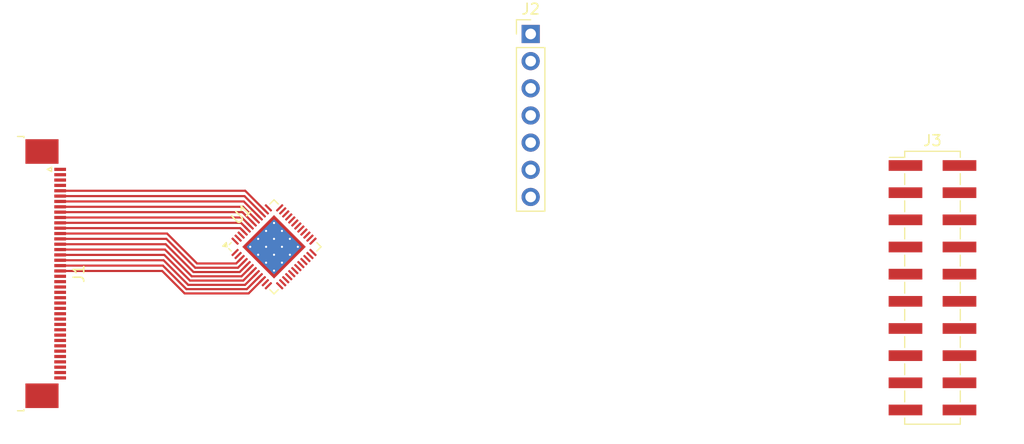
<source format=kicad_pcb>
(kicad_pcb (version 20240108) (generator "pcbnew") (generator_version "8.0")
  (layers (0 "F.Cu" signal) (31 "B.Cu" signal) (34 "B.Paste" user) (35 "F.Paste" user) (36 "B.SilkS" user "B.Silkscreen") (37 "F.SilkS" user "F.Silkscreen") (38 "B.Mask" user) (39 "F.Mask" user) (44 "Edge.Cuts" user))
  (net 0 "")
  (net 1 "RGB_R7")
  (net 3 "RGB_G4")
  (net 5 "RGB_B6")
  (net 6 "RGB_R5")
  (net 7 "GND")
  (net 9 "RGB_B4")
  (net 10 "VDD")
  (net 11 "RGB_B3")
  (net 12 "RGB_R3")
  (net 13 "RGB_R4")
  (net 14 "RGB_G2")
  (net 15 "RGB_B1")
  (net 16 "RGB_G5")
  (net 17 "RGB_PCLK")
  (net 18 "RGB_R0")
  (net 19 "RGB_B5")
  (net 20 "RGB_HSYNC")
  (net 21 "RGB_R1")
  (net 23 "RGB_B2")
  (net 25 "RGB_G0")
  (net 26 "RGB_EN")
  (net 27 "RGB_R6")
  (net 30 "RGB_G1")
  (net 31 "RGB_VSYNC")
  (net 32 "RGB_B0")
  (net 33 "RGB_R2")
  (net 34 "RGB_DE")
  (net 35 "RGB_G7")
  (net 36 "RGB_G6")
  (net 37 "RGB_G3")
  (net 38 "RGB_B7")
  (net 39 "JTAG_TMS")
  (net 40 "JTAG_TDI")
  (net 41 "JTAG_RECONFIG_N")
  (net 42 "JTAG_TCK")
  (net 43 "JTAG_MODE0")
  (net 44 "JTAG_TDO")
  (net 45 "JTAG_JTAGSEL_N")
  (net 49 "MIPI_D0_P")
  (net 53 "MIPI_CLK_N")
  (net 55 "MIPI_D0_N")
  (net 56 "MIPI_CLK_P")
  (net 59 "MIPI_TE")
  (net 60 "DISP_RST")
  (net 61 "DISP_IOVCC")
  (net 63 "DISP_VCI_EN")
  (net 64 "TP_VCC")
  (net 66 "DISP_ID")
  (footprint "Package_DFN_QFN:QFN-48-1EP_6x6mm_P0.4mm_EP4.2x4.2mm_ThermalVias" (layer "F.Cu") (at 153 109.642462 45)
    (property "Reference" "U1" (at 0 -4.329999 45) (layer "F.SilkS"))
    (property "Value" "GW1N-UV2QN48C7/I6")
    (fp_line (start -2.559999 -3.11) (end -2.81 -3.11) (stroke (width 0.12)) (layer "F.SilkS"))
    (fp_line (start -3.11 -2.559999) (end -3.110001 -2.87) (stroke (width 0.12)) (layer "F.SilkS"))
    (fp_line (start 2.559999 -3.11) (end 3.11 -3.11) (stroke (width 0.12)) (layer "F.SilkS"))
    (fp_line (start 3.11 -3.11) (end 3.11 -2.559999) (stroke (width 0.12)) (layer "F.SilkS"))
    (fp_line (start -3.11 3.11) (end -3.11 2.559999) (stroke (width 0.12)) (layer "F.SilkS"))
    (fp_line (start -2.559999 3.11) (end -3.11 3.11) (stroke (width 0.12)) (layer "F.SilkS"))
    (fp_line (start 2.559999 3.11) (end 3.11 3.11) (stroke (width 0.12)) (layer "F.SilkS"))
    (fp_line (start 3.11 3.11) (end 3.11 2.559999) (stroke (width 0.12)) (layer "F.SilkS"))
    (fp_poly (pts (xy -3.11 -3.11) (xy -3.35 -3.44) (xy -2.87 -3.44) (xy -3.11 -3.11)) (stroke (width 0.12)) (fill solid) (layer "F.SilkS"))
    (pad "1" smd roundrect (at -2.95 -2.2 45) (size 0.85 0.2) (layers "F.Cu" "F.Paste" "F.Mask"))
    (pad "2" smd roundrect (at -2.95 -1.8 45) (size 0.85 0.2) (layers "F.Cu" "F.Paste" "F.Mask") (net 7 "GND"))
    (pad "3" smd roundrect (at -2.95 -1.399999 45) (size 0.85 0.2) (layers "F.Cu" "F.Paste" "F.Mask") (net 25 "RGB_G0"))
    (pad "4" smd roundrect (at -2.95 -1 45) (size 0.85 0.2) (layers "F.Cu" "F.Paste" "F.Mask") (net 30 "RGB_G1"))
    (pad "5" smd roundrect (at -2.95 -0.6 45) (size 0.85 0.2) (layers "F.Cu" "F.Paste" "F.Mask") (net 14 "RGB_G2"))
    (pad "6" smd roundrect (at -2.95 -0.199999 45) (size 0.85 0.2) (layers "F.Cu" "F.Paste" "F.Mask") (net 37 "RGB_G3"))
    (pad "7" smd roundrect (at -2.95 0.199999 45) (size 0.85 0.2) (layers "F.Cu" "F.Paste" "F.Mask") (net 3 "RGB_G4"))
    (pad "8" smd roundrect (at -2.95 0.6 45) (size 0.85 0.2) (layers "F.Cu" "F.Paste" "F.Mask") (net 16 "RGB_G5"))
    (pad "9" smd roundrect (at -2.95 1 45) (size 0.85 0.2) (layers "F.Cu" "F.Paste" "F.Mask") (net 36 "RGB_G6"))
    (pad "10" smd roundrect (at -2.95 1.399999 45) (size 0.85 0.2) (layers "F.Cu" "F.Paste" "F.Mask") (net 35 "RGB_G7"))
    (pad "11" smd roundrect (at -2.95 1.8 45) (size 0.85 0.2) (layers "F.Cu" "F.Paste" "F.Mask") (net 44 "JTAG_TDO"))
    (pad "12" smd roundrect (at -2.95 2.2 45) (size 0.85 0.2) (layers "F.Cu" "F.Paste" "F.Mask"))
    (pad "13" smd roundrect (at -2.2 2.95 45) (size 0.2 0.85) (layers "F.Cu" "F.Paste" "F.Mask") (net 43 "JTAG_MODE0"))
    (pad "14" smd roundrect (at -1.8 2.95 45) (size 0.2 0.85) (layers "F.Cu" "F.Paste" "F.Mask") (net 17 "RGB_PCLK"))
    (pad "15" smd roundrect (at -1.399999 2.95 45) (size 0.2 0.85) (layers "F.Cu" "F.Paste" "F.Mask") (net 20 "RGB_HSYNC"))
    (pad "16" smd roundrect (at -1 2.95 45) (size 0.2 0.85) (layers "F.Cu" "F.Paste" "F.Mask") (net 31 "RGB_VSYNC"))
    (pad "17" smd roundrect (at -0.6 2.95 45) (size 0.2 0.85) (layers "F.Cu" "F.Paste" "F.Mask") (net 34 "RGB_DE"))
    (pad "18" smd roundrect (at -0.199999 2.95 45) (size 0.2 0.85) (layers "F.Cu" "F.Paste" "F.Mask") (net 26 "RGB_EN"))
    (pad "19" smd roundrect (at 0.199999 2.95 45) (size 0.2 0.85) (layers "F.Cu" "F.Paste" "F.Mask"))
    (pad "20" smd roundrect (at 0.6 2.95 45) (size 0.2 0.85) (layers "F.Cu" "F.Paste" "F.Mask"))
    (pad "21" smd roundrect (at 1 2.95 45) (size 0.2 0.85) (layers "F.Cu" "F.Paste" "F.Mask") (net 59 "MIPI_TE"))
    (pad "22" smd roundrect (at 1.399999 2.95 45) (size 0.2 0.85) (layers "F.Cu" "F.Paste" "F.Mask") (net 53 "MIPI_CLK_N"))
    (pad "23" smd roundrect (at 1.8 2.95 45) (size 0.2 0.85) (layers "F.Cu" "F.Paste" "F.Mask") (net 56 "MIPI_CLK_P"))
    (pad "24" smd roundrect (at 2.2 2.95 45) (size 0.2 0.85) (layers "F.Cu" "F.Paste" "F.Mask") (net 55 "MIPI_D0_N"))
    (pad "25" smd roundrect (at 2.95 2.2 45) (size 0.85 0.2) (layers "F.Cu" "F.Paste" "F.Mask"))
    (pad "26" smd roundrect (at 2.95 1.8 45) (size 0.85 0.2) (layers "F.Cu" "F.Paste" "F.Mask") (net 7 "GND"))
    (pad "27" smd roundrect (at 2.95 1.399999 45) (size 0.85 0.2) (layers "F.Cu" "F.Paste" "F.Mask") (net 49 "MIPI_D0_P"))
    (pad "28" smd roundrect (at 2.95 1 45) (size 0.85 0.2) (layers "F.Cu" "F.Paste" "F.Mask") (net 32 "RGB_B0"))
    (pad "29" smd roundrect (at 2.95 0.6 45) (size 0.85 0.2) (layers "F.Cu" "F.Paste" "F.Mask") (net 15 "RGB_B1"))
    (pad "30" smd roundrect (at 2.95 0.199999 45) (size 0.85 0.2) (layers "F.Cu" "F.Paste" "F.Mask") (net 23 "RGB_B2"))
    (pad "31" smd roundrect (at 2.95 -0.199999 45) (size 0.85 0.2) (layers "F.Cu" "F.Paste" "F.Mask") (net 11 "RGB_B3"))
    (pad "32" smd roundrect (at 2.95 -0.6 45) (size 0.85 0.2) (layers "F.Cu" "F.Paste" "F.Mask") (net 9 "RGB_B4"))
    (pad "33" smd roundrect (at 2.95 -1 45) (size 0.85 0.2) (layers "F.Cu" "F.Paste" "F.Mask") (net 19 "RGB_B5"))
    (pad "34" smd roundrect (at 2.95 -1.399999 45) (size 0.85 0.2) (layers "F.Cu" "F.Paste" "F.Mask") (net 5 "RGB_B6"))
    (pad "35" smd roundrect (at 2.95 -1.8 45) (size 0.85 0.2) (layers "F.Cu" "F.Paste" "F.Mask") (net 38 "RGB_B7"))
    (pad "36" smd roundrect (at 2.95 -2.2 45) (size 0.85 0.2) (layers "F.Cu" "F.Paste" "F.Mask"))
    (pad "37" smd roundrect (at 2.2 -2.95 45) (size 0.2 0.85) (layers "F.Cu" "F.Paste" "F.Mask"))
    (pad "38" smd roundrect (at 1.8 -2.95 45) (size 0.2 0.85) (layers "F.Cu" "F.Paste" "F.Mask") (net 18 "RGB_R0"))
    (pad "39" smd roundrect (at 1.399999 -2.95 45) (size 0.2 0.85) (layers "F.Cu" "F.Paste" "F.Mask") (net 21 "RGB_R1"))
    (pad "40" smd roundrect (at 1 -2.95 45) (size 0.2 0.85) (layers "F.Cu" "F.Paste" "F.Mask") (net 33 "RGB_R2"))
    (pad "41" smd roundrect (at 0.6 -2.95 45) (size 0.2 0.85) (layers "F.Cu" "F.Paste" "F.Mask") (net 12 "RGB_R3"))
    (pad "42" smd roundrect (at 0.199999 -2.95 45) (size 0.2 0.85) (layers "F.Cu" "F.Paste" "F.Mask") (net 13 "RGB_R4"))
    (pad "43" smd roundrect (at -0.199999 -2.95 45) (size 0.2 0.85) (layers "F.Cu" "F.Paste" "F.Mask") (net 6 "RGB_R5"))
    (pad "44" smd roundrect (at -0.6 -2.95 45) (size 0.2 0.85) (layers "F.Cu" "F.Paste" "F.Mask") (net 27 "RGB_R6"))
    (pad "45" smd roundrect (at -1 -2.95 45) (size 0.2 0.85) (layers "F.Cu" "F.Paste" "F.Mask") (net 1 "RGB_R7"))
    (pad "46" smd roundrect (at -1.399999 -2.95 45) (size 0.2 0.85) (layers "F.Cu" "F.Paste" "F.Mask"))
    (pad "47" smd roundrect (at -1.8 -2.95 45) (size 0.2 0.85) (layers "F.Cu" "F.Paste" "F.Mask"))
    (pad "48" smd roundrect (at -2.2 -2.95 45) (size 0.2 0.85) (layers "F.Cu" "F.Paste" "F.Mask") (net 41 "JTAG_RECONFIG_N"))
    (pad "49" thru_hole circle (at -1.575 -1.575 45) (size 0.5 0.5) (drill 0.2) (property pad_prop_heatsink) (layers "*.Cu"))
    (pad "49" thru_hole circle (at -1.575 -0.525 45) (size 0.5 0.5) (drill 0.2) (property pad_prop_heatsink) (layers "*.Cu"))
    (pad "49" thru_hole circle (at -1.575 0.525 45) (size 0.5 0.5) (drill 0.2) (property pad_prop_heatsink) (layers "*.Cu"))
    (pad "49" thru_hole circle (at -1.575 1.575 45) (size 0.5 0.5) (drill 0.2) (property pad_prop_heatsink) (layers "*.Cu"))
    (pad "49" thru_hole circle (at -0.525 -1.575 45) (size 0.5 0.5) (drill 0.2) (property pad_prop_heatsink) (layers "*.Cu"))
    (pad "49" thru_hole circle (at -0.525 -0.525 45) (size 0.5 0.5) (drill 0.2) (property pad_prop_heatsink) (layers "*.Cu"))
    (pad "49" thru_hole circle (at -0.525 0.525 45) (size 0.5 0.5) (drill 0.2) (property pad_prop_heatsink) (layers "*.Cu"))
    (pad "49" thru_hole circle (at -0.525 1.575 45) (size 0.5 0.5) (drill 0.2) (property pad_prop_heatsink) (layers "*.Cu"))
    (pad "49" smd rect (at 0 0 45) (size 3.65 3.65) (property pad_prop_heatsink) (layers "B.Cu"))
    (pad "49" smd rect (at 0 0 45) (size 4.2 4.2) (property pad_prop_heatsink) (layers "F.Cu" "F.Mask"))
    (pad "49" thru_hole circle (at 0.525 -1.575 45) (size 0.5 0.5) (drill 0.2) (property pad_prop_heatsink) (layers "*.Cu"))
    (pad "49" thru_hole circle (at 0.525 -0.525 45) (size 0.5 0.5) (drill 0.2) (property pad_prop_heatsink) (layers "*.Cu"))
    (pad "49" thru_hole circle (at 0.525 0.525 45) (size 0.5 0.5) (drill 0.2) (property pad_prop_heatsink) (layers "*.Cu"))
    (pad "49" thru_hole circle (at 0.525 1.575 45) (size 0.5 0.5) (drill 0.2) (property pad_prop_heatsink) (layers "*.Cu"))
    (pad "49" thru_hole circle (at 1.575 -1.575 45) (size 0.5 0.5) (drill 0.2) (property pad_prop_heatsink) (layers "*.Cu"))
    (pad "49" thru_hole circle (at 1.575 -0.525 45) (size 0.5 0.5) (drill 0.2) (property pad_prop_heatsink) (layers "*.Cu"))
    (pad "49" thru_hole circle (at 1.575 0.525 45) (size 0.5 0.5) (drill 0.2) (property pad_prop_heatsink) (layers "*.Cu"))
    (pad "49" thru_hole circle (at 1.575 1.575 45) (size 0.5 0.5) (drill 0.2) (property pad_prop_heatsink) (layers "*.Cu"))
  )
  (footprint "Connector_PinHeader_2.54mm:PinHeader_1x07_P2.54mm_Vertical" (layer "F.Cu") (at 177 89.74)
    (property "Reference" "J2" (at 0 -2.33 0) (layer "F.SilkS"))
    (property "Value" "Conn_01x07")
    (fp_line (start -1.33 -1.33) (end 0 -1.33) (stroke (width 0.12)) (layer "F.SilkS"))
    (fp_line (start -1.33 0) (end -1.33 -1.33) (stroke (width 0.12)) (layer "F.SilkS"))
    (fp_line (start -1.33 1.27) (end -1.33 16.57) (stroke (width 0.12)) (layer "F.SilkS"))
    (fp_line (start -1.33 1.27) (end 1.33 1.27) (stroke (width 0.12)) (layer "F.SilkS"))
    (fp_line (start -1.33 16.57) (end 1.33 16.57) (stroke (width 0.12)) (layer "F.SilkS"))
    (fp_line (start 1.33 1.27) (end 1.33 16.57) (stroke (width 0.12)) (layer "F.SilkS"))
    (pad "1" thru_hole rect (at 0 0) (size 1.7 1.7) (drill 1) (layers "*.Cu" "*.Mask") (net 45 "JTAG_JTAGSEL_N"))
    (pad "2" thru_hole oval (at 0 2.54) (size 1.7 1.7) (drill 1) (layers "*.Cu" "*.Mask") (net 39 "JTAG_TMS"))
    (pad "3" thru_hole oval (at 0 5.08) (size 1.7 1.7) (drill 1) (layers "*.Cu" "*.Mask") (net 42 "JTAG_TCK"))
    (pad "4" thru_hole oval (at 0 7.62) (size 1.7 1.7) (drill 1) (layers "*.Cu" "*.Mask") (net 40 "JTAG_TDI"))
    (pad "5" thru_hole oval (at 0 10.16) (size 1.7 1.7) (drill 1) (layers "*.Cu" "*.Mask") (net 44 "JTAG_TDO"))
    (pad "6" thru_hole oval (at 0 12.7) (size 1.7 1.7) (drill 1) (layers "*.Cu" "*.Mask") (net 43 "JTAG_MODE0"))
    (pad "7" thru_hole oval (at 0 15.24) (size 1.7 1.7) (drill 1) (layers "*.Cu" "*.Mask") (net 41 "JTAG_RECONFIG_N"))
  )
  (footprint "Connector_PinHeader_2.54mm:PinHeader_2x10_P2.54mm_Vertical_SMD" (layer "F.Cu") (at 214.575 113.47)
    (property "Reference" "J3" (at 0 -13.76 0) (layer "F.SilkS"))
    (property "Value" "Conn_02x15_Odd_Even")
    (fp_line (start -4.04 -12.19) (end -2.6 -12.19) (stroke (width 0.12)) (layer "F.SilkS"))
    (fp_line (start -2.6 -12.76) (end -2.6 -12.19) (stroke (width 0.12)) (layer "F.SilkS"))
    (fp_line (start -2.6 -12.76) (end 2.6 -12.76) (stroke (width 0.12)) (layer "F.SilkS"))
    (fp_line (start -2.6 -10.67) (end -2.6 -9.65) (stroke (width 0.12)) (layer "F.SilkS"))
    (fp_line (start -2.6 -8.13) (end -2.6 -7.11) (stroke (width 0.12)) (layer "F.SilkS"))
    (fp_line (start -2.6 -5.59) (end -2.6 -4.57) (stroke (width 0.12)) (layer "F.SilkS"))
    (fp_line (start -2.6 -3.05) (end -2.6 -2.03) (stroke (width 0.12)) (layer "F.SilkS"))
    (fp_line (start -2.6 -0.51) (end -2.6 0.51) (stroke (width 0.12)) (layer "F.SilkS"))
    (fp_line (start -2.6 2.03) (end -2.6 3.05) (stroke (width 0.12)) (layer "F.SilkS"))
    (fp_line (start -2.6 4.57) (end -2.6 5.59) (stroke (width 0.12)) (layer "F.SilkS"))
    (fp_line (start -2.6 7.11) (end -2.6 8.13) (stroke (width 0.12)) (layer "F.SilkS"))
    (fp_line (start -2.6 9.65) (end -2.6 10.67) (stroke (width 0.12)) (layer "F.SilkS"))
    (fp_line (start -2.6 12.19) (end -2.6 12.76) (stroke (width 0.12)) (layer "F.SilkS"))
    (fp_line (start -2.6 12.76) (end 2.6 12.76) (stroke (width 0.12)) (layer "F.SilkS"))
    (fp_line (start 2.6 -12.76) (end 2.6 -12.19) (stroke (width 0.12)) (layer "F.SilkS"))
    (fp_line (start 2.6 -10.67) (end 2.6 -9.65) (stroke (width 0.12)) (layer "F.SilkS"))
    (fp_line (start 2.6 -8.13) (end 2.6 -7.11) (stroke (width 0.12)) (layer "F.SilkS"))
    (fp_line (start 2.6 -5.59) (end 2.6 -4.57) (stroke (width 0.12)) (layer "F.SilkS"))
    (fp_line (start 2.6 -3.05) (end 2.6 -2.03) (stroke (width 0.12)) (layer "F.SilkS"))
    (fp_line (start 2.6 -0.51) (end 2.6 0.51) (stroke (width 0.12)) (layer "F.SilkS"))
    (fp_line (start 2.6 2.03) (end 2.6 3.05) (stroke (width 0.12)) (layer "F.SilkS"))
    (fp_line (start 2.6 4.57) (end 2.6 5.59) (stroke (width 0.12)) (layer "F.SilkS"))
    (fp_line (start 2.6 7.11) (end 2.6 8.13) (stroke (width 0.12)) (layer "F.SilkS"))
    (fp_line (start 2.6 9.65) (end 2.6 10.67) (stroke (width 0.12)) (layer "F.SilkS"))
    (fp_line (start 2.6 12.19) (end 2.6 12.76) (stroke (width 0.12)) (layer "F.SilkS"))
    (pad "1" smd rect (at -2.525 -11.43) (size 3.15 1) (layers "F.Cu" "F.Paste" "F.Mask") (net 7 "GND"))
    (pad "2" smd rect (at 2.525 -11.43) (size 3.15 1) (layers "F.Cu" "F.Paste" "F.Mask") (net 7 "GND"))
    (pad "3" smd rect (at -2.525 -8.89) (size 3.15 1) (layers "F.Cu" "F.Paste" "F.Mask") (net 53 "MIPI_CLK_N"))
    (pad "4" smd rect (at 2.525 -8.89) (size 3.15 1) (layers "F.Cu" "F.Paste" "F.Mask") (net 63 "DISP_VCI_EN"))
    (pad "5" smd rect (at -2.525 -6.35) (size 3.15 1) (layers "F.Cu" "F.Paste" "F.Mask") (net 56 "MIPI_CLK_P"))
    (pad "6" smd rect (at 2.525 -6.35) (size 3.15 1) (layers "F.Cu" "F.Paste" "F.Mask") (net 7 "GND"))
    (pad "7" smd rect (at -2.525 -3.81) (size 3.15 1) (layers "F.Cu" "F.Paste" "F.Mask") (net 7 "GND"))
    (pad "8" smd rect (at 2.525 -3.81) (size 3.15 1) (layers "F.Cu" "F.Paste" "F.Mask") (net 61 "DISP_IOVCC"))
    (pad "9" smd rect (at -2.525 -1.27) (size 3.15 1) (layers "F.Cu" "F.Paste" "F.Mask"))
    (pad "10" smd rect (at 2.525 -1.27) (size 3.15 1) (layers "F.Cu" "F.Paste" "F.Mask") (net 7 "GND"))
    (pad "11" smd rect (at -2.525 1.27) (size 3.15 1) (layers "F.Cu" "F.Paste" "F.Mask"))
    (pad "12" smd rect (at 2.525 1.27) (size 3.15 1) (layers "F.Cu" "F.Paste" "F.Mask") (net 60 "DISP_RST"))
    (pad "13" smd rect (at -2.525 3.81) (size 3.15 1) (layers "F.Cu" "F.Paste" "F.Mask") (net 7 "GND"))
    (pad "14" smd rect (at 2.525 3.81) (size 3.15 1) (layers "F.Cu" "F.Paste" "F.Mask") (net 66 "DISP_ID"))
    (pad "15" smd rect (at -2.525 6.35) (size 3.15 1) (layers "F.Cu" "F.Paste" "F.Mask") (net 55 "MIPI_D0_N"))
    (pad "16" smd rect (at 2.525 6.35) (size 3.15 1) (layers "F.Cu" "F.Paste" "F.Mask") (net 7 "GND"))
    (pad "17" smd rect (at -2.525 8.89) (size 3.15 1) (layers "F.Cu" "F.Paste" "F.Mask") (net 49 "MIPI_D0_P"))
    (pad "18" smd rect (at 2.525 8.89) (size 3.15 1) (layers "F.Cu" "F.Paste" "F.Mask") (net 64 "TP_VCC"))
    (pad "19" smd rect (at -2.525 11.43) (size 3.15 1) (layers "F.Cu" "F.Paste" "F.Mask") (net 7 "GND"))
    (pad "20" smd rect (at 2.525 11.43) (size 3.15 1) (layers "F.Cu" "F.Paste" "F.Mask") (net 7 "GND"))
  )
  (footprint "Connector_FFC-FPC:TE_4-1734839-0_1x40-1MP_P0.5mm_Horizontal" (layer "F.Cu") (at 131.65 112.15 -90)
    (property "Reference" "J1" (at 0 -3.1 90) (layer "F.SilkS"))
    (property "Value" "Input 1x40 FPC")
    (fp_line (start -12.825 2.04) (end -12.825 2.64) (stroke (width 0.12)) (layer "F.SilkS"))
    (fp_line (start -12.715 2.04) (end -12.825 2.04) (stroke (width 0.12)) (layer "F.SilkS"))
    (fp_line (start 12.715 2.04) (end 12.825 2.04) (stroke (width 0.12)) (layer "F.SilkS"))
    (fp_line (start 12.825 2.04) (end 12.825 2.64) (stroke (width 0.12)) (layer "F.SilkS"))
    (fp_line (start -9.75 -0.15) (end -9.55 -0.55) (stroke (width 0.12)) (layer "F.SilkS"))
    (fp_line (start -9.95 -0.55) (end -9.75 -0.15) (stroke (width 0.12)) (layer "F.SilkS"))
    (fp_line (start -9.55 -0.55) (end -9.95 -0.55) (stroke (width 0.12)) (layer "F.SilkS"))
    (pad "1" smd rect (at -9.75 -1.35 270) (size 0.3 1.1) (layers "F.Cu" "F.Paste" "F.Mask"))
    (pad "2" smd rect (at -9.25 -1.35 270) (size 0.3 1.1) (layers "F.Cu" "F.Paste" "F.Mask"))
    (pad "3" smd rect (at -8.75 -1.35 270) (size 0.3 1.1) (layers "F.Cu" "F.Paste" "F.Mask") (net 7 "GND"))
    (pad "4" smd rect (at -8.25 -1.35 270) (size 0.3 1.1) (layers "F.Cu" "F.Paste" "F.Mask") (net 10 "VDD"))
    (pad "5" smd rect (at -7.75 -1.35 270) (size 0.3 1.1) (layers "F.Cu" "F.Paste" "F.Mask") (net 18 "RGB_R0"))
    (pad "6" smd rect (at -7.25 -1.35 270) (size 0.3 1.1) (layers "F.Cu" "F.Paste" "F.Mask") (net 21 "RGB_R1"))
    (pad "7" smd rect (at -6.75 -1.35 270) (size 0.3 1.1) (layers "F.Cu" "F.Paste" "F.Mask") (net 33 "RGB_R2"))
    (pad "8" smd rect (at -6.25 -1.35 270) (size 0.3 1.1) (layers "F.Cu" "F.Paste" "F.Mask") (net 12 "RGB_R3"))
    (pad "9" smd rect (at -5.75 -1.35 270) (size 0.3 1.1) (layers "F.Cu" "F.Paste" "F.Mask") (net 13 "RGB_R4"))
    (pad "10" smd rect (at -5.25 -1.35 270) (size 0.3 1.1) (layers "F.Cu" "F.Paste" "F.Mask") (net 6 "RGB_R5"))
    (pad "11" smd rect (at -4.75 -1.35 270) (size 0.3 1.1) (layers "F.Cu" "F.Paste" "F.Mask") (net 27 "RGB_R6"))
    (pad "12" smd rect (at -4.25 -1.35 270) (size 0.3 1.1) (layers "F.Cu" "F.Paste" "F.Mask") (net 1 "RGB_R7"))
    (pad "13" smd rect (at -3.75 -1.35 270) (size 0.3 1.1) (layers "F.Cu" "F.Paste" "F.Mask") (net 25 "RGB_G0"))
    (pad "14" smd rect (at -3.25 -1.35 270) (size 0.3 1.1) (layers "F.Cu" "F.Paste" "F.Mask") (net 30 "RGB_G1"))
    (pad "15" smd rect (at -2.75 -1.35 270) (size 0.3 1.1) (layers "F.Cu" "F.Paste" "F.Mask") (net 14 "RGB_G2"))
    (pad "16" smd rect (at -2.25 -1.35 270) (size 0.3 1.1) (layers "F.Cu" "F.Paste" "F.Mask") (net 37 "RGB_G3"))
    (pad "17" smd rect (at -1.75 -1.35 270) (size 0.3 1.1) (layers "F.Cu" "F.Paste" "F.Mask") (net 3 "RGB_G4"))
    (pad "18" smd rect (at -1.25 -1.35 270) (size 0.3 1.1) (layers "F.Cu" "F.Paste" "F.Mask") (net 16 "RGB_G5"))
    (pad "19" smd rect (at -0.75 -1.35 270) (size 0.3 1.1) (layers "F.Cu" "F.Paste" "F.Mask") (net 36 "RGB_G6"))
    (pad "20" smd rect (at -0.25 -1.35 270) (size 0.3 1.1) (layers "F.Cu" "F.Paste" "F.Mask") (net 35 "RGB_G7"))
    (pad "21" smd rect (at 0.25 -1.35 270) (size 0.3 1.1) (layers "F.Cu" "F.Paste" "F.Mask") (net 32 "RGB_B0"))
    (pad "22" smd rect (at 0.75 -1.35 270) (size 0.3 1.1) (layers "F.Cu" "F.Paste" "F.Mask") (net 15 "RGB_B1"))
    (pad "23" smd rect (at 1.25 -1.35 270) (size 0.3 1.1) (layers "F.Cu" "F.Paste" "F.Mask") (net 23 "RGB_B2"))
    (pad "24" smd rect (at 1.75 -1.35 270) (size 0.3 1.1) (layers "F.Cu" "F.Paste" "F.Mask") (net 11 "RGB_B3"))
    (pad "25" smd rect (at 2.25 -1.35 270) (size 0.3 1.1) (layers "F.Cu" "F.Paste" "F.Mask") (net 9 "RGB_B4"))
    (pad "26" smd rect (at 2.75 -1.35 270) (size 0.3 1.1) (layers "F.Cu" "F.Paste" "F.Mask") (net 19 "RGB_B5"))
    (pad "27" smd rect (at 3.25 -1.35 270) (size 0.3 1.1) (layers "F.Cu" "F.Paste" "F.Mask") (net 5 "RGB_B6"))
    (pad "28" smd rect (at 3.75 -1.35 270) (size 0.3 1.1) (layers "F.Cu" "F.Paste" "F.Mask") (net 38 "RGB_B7"))
    (pad "29" smd rect (at 4.25 -1.35 270) (size 0.3 1.1) (layers "F.Cu" "F.Paste" "F.Mask") (net 7 "GND"))
    (pad "30" smd rect (at 4.75 -1.35 270) (size 0.3 1.1) (layers "F.Cu" "F.Paste" "F.Mask") (net 17 "RGB_PCLK"))
    (pad "31" smd rect (at 5.25 -1.35 270) (size 0.3 1.1) (layers "F.Cu" "F.Paste" "F.Mask") (net 26 "RGB_EN"))
    (pad "32" smd rect (at 5.75 -1.35 270) (size 0.3 1.1) (layers "F.Cu" "F.Paste" "F.Mask") (net 20 "RGB_HSYNC"))
    (pad "33" smd rect (at 6.25 -1.35 270) (size 0.3 1.1) (layers "F.Cu" "F.Paste" "F.Mask") (net 31 "RGB_VSYNC"))
    (pad "34" smd rect (at 6.75 -1.35 270) (size 0.3 1.1) (layers "F.Cu" "F.Paste" "F.Mask") (net 34 "RGB_DE"))
    (pad "35" smd rect (at 7.25 -1.35 270) (size 0.3 1.1) (layers "F.Cu" "F.Paste" "F.Mask"))
    (pad "36" smd rect (at 7.75 -1.35 270) (size 0.3 1.1) (layers "F.Cu" "F.Paste" "F.Mask") (net 7 "GND"))
    (pad "37" smd rect (at 8.25 -1.35 270) (size 0.3 1.1) (layers "F.Cu" "F.Paste" "F.Mask"))
    (pad "38" smd rect (at 8.75 -1.35 270) (size 0.3 1.1) (layers "F.Cu" "F.Paste" "F.Mask"))
    (pad "39" smd rect (at 9.25 -1.35 270) (size 0.3 1.1) (layers "F.Cu" "F.Paste" "F.Mask"))
    (pad "40" smd rect (at 9.75 -1.35 270) (size 0.3 1.1) (layers "F.Cu" "F.Paste" "F.Mask"))
    (pad "MP" smd rect (at -11.42 0.35 270) (size 2.3 3.1) (layers "F.Cu" "F.Paste" "F.Mask"))
    (pad "MP" smd rect (at 11.42 0.35 270) (size 2.3 3.1) (layers "F.Cu" "F.Paste" "F.Mask"))
  )
  (segment (start 133 107.9) (end 133.005054 107.894946) (width 0.2) (layer "F.Cu") (net 1))
  (segment (start 149.83827 107.894946) (end 150.206928 108.263604) (width 0.2) (layer "F.Cu") (net 1))
  (segment (start 133.005054 107.894946) (end 149.83827 107.894946) (width 0.2) (layer "F.Cu") (net 1))
  (segment (start 145.137256 112.8) (end 150.125306 112.8) (width 0.2) (layer "F.Cu") (net 3))
  (segment (start 133 110.4) (end 142.737256 110.4) (width 0.2) (layer "F.Cu") (net 3))
  (segment (start 150.125306 112.8) (end 151.055456 111.869848) (width 0.2) (layer "F.Cu") (net 3))
  (segment (start 142.737256 110.4) (end 145.137256 112.8) (width 0.2) (layer "F.Cu") (net 3))
  (segment (start 149.974696 106.9) (end 133 106.9) (width 0.2) (layer "F.Cu") (net 6))
  (segment (start 150.772614 107.697918) (end 149.974696 106.9) (width 0.2) (layer "F.Cu") (net 6))
  (segment (start 150.106066 105.9) (end 133 105.9) (width 0.2) (layer "F.Cu") (net 12))
  (segment (start 151.338299 107.132233) (end 150.106066 105.9) (width 0.2) (layer "F.Cu") (net 12))
  (segment (start 133 106.4) (end 150.04038 106.4) (width 0.2) (layer "F.Cu") (net 13))
  (segment (start 150.04038 106.4) (end 151.055456 107.415076) (width 0.2) (layer "F.Cu") (net 13))
  (segment (start 145.468628 112) (end 149.793934 112) (width 0.2) (layer "F.Cu") (net 14))
  (segment (start 149.793934 112) (end 150.489771 111.304163) (width 0.2) (layer "F.Cu") (net 14))
  (segment (start 142.868628 109.4) (end 145.468628 112) (width 0.2) (layer "F.Cu") (net 14))
  (segment (start 133 109.4) (end 142.868628 109.4) (width 0.2) (layer "F.Cu") (net 14))
  (segment (start 144.97157 113.2) (end 150.29099 113.2) (width 0.2) (layer "F.Cu") (net 16))
  (segment (start 142.67157 110.9) (end 144.97157 113.2) (width 0.2) (layer "F.Cu") (net 16))
  (segment (start 150.29099 113.2) (end 151.338299 112.152691) (width 0.2) (layer "F.Cu") (net 16))
  (segment (start 133 110.9) (end 142.67157 110.9) (width 0.2) (layer "F.Cu") (net 16))
  (segment (start 150.303122 104.4) (end 152.186827 106.283705) (width 0.2) (layer "F.Cu") (net 18))
  (segment (start 133 104.4) (end 150.303122 104.4) (width 0.2) (layer "F.Cu") (net 18))
  (segment (start 133 104.9) (end 150.237436 104.9) (width 0.2) (layer "F.Cu") (net 21))
  (segment (start 150.237436 104.9) (end 151.903984 106.566548) (width 0.2) (layer "F.Cu") (net 21))
  (segment (start 133 108.4) (end 143 108.4) (width 0.2) (layer "F.Cu") (net 25))
  (segment (start 143 108.4) (end 145.8 111.2) (width 0.2) (layer "F.Cu") (net 25))
  (segment (start 145.8 111.2) (end 149.462564 111.2) (width 0.2) (layer "F.Cu") (net 25))
  (segment (start 149.462564 111.2) (end 149.924086 110.738478) (width 0.2) (layer "F.Cu") (net 25))
  (segment (start 133 107.4) (end 149.90901 107.4) (width 0.2) (layer "F.Cu") (net 27))
  (segment (start 149.90901 107.4) (end 150.454505 107.945495) (width 0.2) (layer "F.Cu") (net 27))
  (segment (start 142.934314 108.9) (end 145.634314 111.6) (width 0.2) (layer "F.Cu") (net 30))
  (segment (start 133 108.9) (end 142.934314 108.9) (width 0.2) (layer "F.Cu") (net 30))
  (segment (start 145.634314 111.6) (end 149.628248 111.6) (width 0.2) (layer "F.Cu") (net 30))
  (segment (start 149.628248 111.6) (end 150.206928 111.02132) (width 0.2) (layer "F.Cu") (net 30))
  (segment (start 150.171752 105.4) (end 133 105.4) (width 0.2) (layer "F.Cu") (net 33))
  (segment (start 151.621142 106.84939) (end 150.171752 105.4) (width 0.2) (layer "F.Cu") (net 33))
  (segment (start 144.640198 114) (end 150.62236 114) (width 0.2) (layer "F.Cu") (net 35))
  (segment (start 133 111.9) (end 142.540198 111.9) (width 0.2) (layer "F.Cu") (net 35))
  (segment (start 142.540198 111.9) (end 144.640198 114) (width 0.2) (layer "F.Cu") (net 35))
  (segment (start 150.62236 114) (end 151.903984 112.718376) (width 0.2) (layer "F.Cu") (net 35))
  (segment (start 144.805884 113.6) (end 150.456676 113.6) (width 0.2) (layer "F.Cu") (net 36))
  (segment (start 133 111.4) (end 142.605884 111.4) (width 0.2) (layer "F.Cu") (net 36))
  (segment (start 150.456676 113.6) (end 151.621142 112.435534) (width 0.2) (layer "F.Cu") (net 36))
  (segment (start 142.605884 111.4) (end 144.805884 113.6) (width 0.2) (layer "F.Cu") (net 36))
  (segment (start 142.802942 109.9) (end 145.302942 112.4) (width 0.2) (layer "F.Cu") (net 37))
  (segment (start 145.302942 112.4) (end 149.95962 112.4) (width 0.2) (layer "F.Cu") (net 37))
  (segment (start 133 109.9) (end 142.802942 109.9) (width 0.2) (layer "F.Cu") (net 37))
  (segment (start 149.95962 112.4) (end 150.772614 111.587006) (width 0.2) (layer "F.Cu") (net 37))
)
</source>
